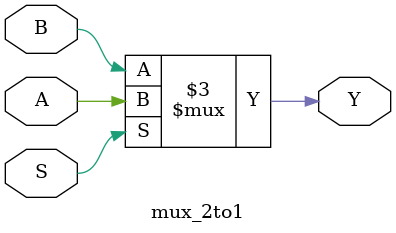
<source format=sv>
module top_module(
    input clk,
    input L,
    input q_in,
    input r_in,
    output reg Q
);

    wire r0, r1, r2;
    wire q0, q1, q2;
    wire q_next;

    flipflop ff1(
        .clk(clk),
        .D(q_in),
        .Q(q0)
    );

    flipflop ff2(
        .clk(clk),
        .D(q0),
        .Q(q1)
    );

    flipflop ff3(
        .clk(clk),
        .D(q1),
        .Q(q2)
    );

    mux_2to1 mux(
        .A(q1),
        .B({q2[1] ^ q2[2], q2[0], q2[2]}),
        .S(L),
        .Y(q_next)
    );

    assign Q = q_next;

endmodule
module flipflop(
    input clk,
    input D,
    output reg Q
);

    always @(posedge clk)
    begin
        Q <= D;
    end

endmodule
module mux_2to1(
    input A,
    input B,
    input S,
    output reg Y
);

    always @(A or B or S)
    begin
        if (S)
            Y <= A;
        else
            Y <= B;
    end

endmodule

</source>
